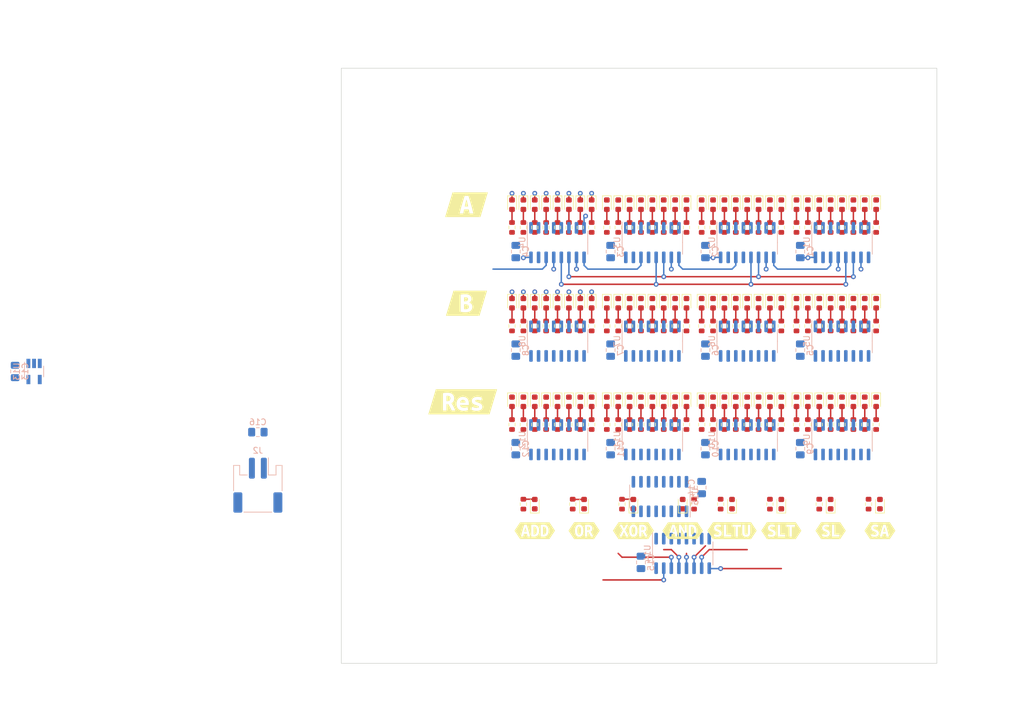
<source format=kicad_pcb>
(kicad_pcb (version 20211014) (generator pcbnew)
  (layers (0 "F.Cu" signal) (1 "In1.Cu" signal) (2 "In2.Cu" signal) (31 "B.Cu" signal) (34 "B.Paste" user) (35 "F.Paste" user) (36 "B.SilkS" user "B.Silkscreen") (37 "F.SilkS" user "F.Silkscreen") (38 "B.Mask" user) (39 "F.Mask" user) (44 "Edge.Cuts" user))
  (net 0 "")
  (net 1 "GND")
  (net 2 "Net-(D1-Pad2)")
  (net 3 "Net-(D2-Pad2)")
  (net 4 "Net-(D3-Pad2)")
  (net 5 "Net-(D4-Pad2)")
  (net 6 "Net-(D5-Pad2)")
  (net 7 "Net-(D6-Pad2)")
  (net 8 "Net-(D7-Pad2)")
  (net 9 "Net-(D8-Pad2)")
  (net 10 "Net-(D9-Pad2)")
  (net 11 "Net-(D10-Pad2)")
  (net 12 "Net-(D11-Pad2)")
  (net 13 "Net-(D12-Pad2)")
  (net 14 "Net-(D13-Pad2)")
  (net 15 "Net-(D14-Pad2)")
  (net 16 "Net-(D15-Pad2)")
  (net 17 "Net-(D16-Pad2)")
  (net 18 "Net-(D17-Pad2)")
  (net 19 "Net-(D18-Pad2)")
  (net 20 "Net-(D19-Pad2)")
  (net 21 "Net-(D20-Pad2)")
  (net 22 "Net-(D21-Pad2)")
  (net 23 "Net-(D22-Pad2)")
  (net 24 "Net-(D23-Pad2)")
  (net 25 "Net-(D25-Pad2)")
  (net 26 "Net-(D26-Pad2)")
  (net 27 "Net-(D27-Pad2)")
  (net 28 "Net-(D28-Pad2)")
  (net 29 "Net-(D29-Pad2)")
  (net 30 "Net-(D30-Pad2)")
  (net 31 "Net-(D31-Pad2)")
  (net 32 "Net-(D33-Pad2)")
  (net 33 "Net-(D34-Pad2)")
  (net 34 "Net-(D35-Pad2)")
  (net 35 "Net-(D36-Pad2)")
  (net 36 "Net-(D37-Pad2)")
  (net 37 "Net-(D38-Pad2)")
  (net 38 "Net-(D39-Pad2)")
  (net 39 "Net-(D41-Pad2)")
  (net 40 "Net-(D42-Pad2)")
  (net 41 "Net-(D43-Pad2)")
  (net 42 "Net-(D44-Pad2)")
  (net 43 "Net-(D45-Pad2)")
  (net 44 "Net-(D46-Pad2)")
  (net 45 "Net-(D47-Pad2)")
  (net 46 "Net-(D49-Pad2)")
  (net 47 "Net-(D50-Pad2)")
  (net 48 "Net-(D51-Pad2)")
  (net 49 "Net-(D52-Pad2)")
  (net 50 "Net-(D53-Pad2)")
  (net 51 "Net-(D54-Pad2)")
  (net 52 "Net-(D55-Pad2)")
  (net 53 "Net-(D57-Pad2)")
  (net 54 "Net-(D58-Pad2)")
  (net 55 "Net-(D59-Pad2)")
  (net 56 "Net-(D60-Pad2)")
  (net 57 "Net-(D61-Pad2)")
  (net 58 "Net-(D62-Pad2)")
  (net 59 "Net-(D63-Pad2)")
  (net 60 "Net-(D64-Pad2)")
  (net 61 "Net-(D65-Pad2)")
  (net 62 "Net-(D66-Pad2)")
  (net 63 "Net-(D67-Pad2)")
  (net 64 "Net-(D68-Pad2)")
  (net 65 "Net-(D69-Pad2)")
  (net 66 "Net-(D70-Pad2)")
  (net 67 "Net-(D71-Pad2)")
  (net 68 "Net-(D73-Pad2)")
  (net 69 "Net-(D74-Pad2)")
  (net 70 "Net-(D75-Pad2)")
  (net 71 "Net-(D76-Pad2)")
  (net 72 "Net-(D77-Pad2)")
  (net 73 "Net-(D78-Pad2)")
  (net 74 "Net-(D79-Pad2)")
  (net 75 "Net-(D80-Pad2)")
  (net 76 "Net-(D81-Pad2)")
  (net 77 "Net-(D82-Pad2)")
  (net 78 "Net-(D83-Pad2)")
  (net 79 "Net-(D84-Pad2)")
  (net 80 "Net-(D85-Pad2)")
  (net 81 "Net-(D86-Pad2)")
  (net 82 "Net-(D87-Pad2)")
  (net 83 "Net-(D88-Pad2)")
  (net 84 "Net-(D89-Pad2)")
  (net 85 "Net-(D90-Pad2)")
  (net 86 "Net-(D91-Pad2)")
  (net 87 "Net-(D92-Pad2)")
  (net 88 "Net-(D93-Pad2)")
  (net 89 "Net-(D94-Pad2)")
  (net 90 "Net-(D95-Pad2)")
  (net 91 "Net-(D96-Pad2)")
  (net 92 "Net-(R9-Pad1)")
  (net 93 "Net-(R10-Pad1)")
  (net 94 "Net-(R11-Pad1)")
  (net 95 "Net-(R12-Pad1)")
  (net 96 "Net-(R13-Pad1)")
  (net 97 "Net-(R14-Pad1)")
  (net 98 "Net-(R15-Pad1)")
  (net 99 "Net-(R16-Pad1)")
  (net 100 "Net-(R17-Pad1)")
  (net 101 "Net-(R18-Pad1)")
  (net 102 "Net-(R19-Pad1)")
  (net 103 "Net-(R20-Pad1)")
  (net 104 "Net-(R21-Pad1)")
  (net 105 "Net-(R22-Pad1)")
  (net 106 "Net-(R23-Pad1)")
  (net 107 "Net-(R24-Pad1)")
  (net 108 "Net-(R25-Pad1)")
  (net 109 "Net-(R26-Pad1)")
  (net 110 "Net-(R27-Pad1)")
  (net 111 "Net-(R28-Pad1)")
  (net 112 "Net-(R29-Pad1)")
  (net 113 "Net-(R30-Pad1)")
  (net 114 "Net-(R31-Pad1)")
  (net 115 "Net-(R32-Pad1)")
  (net 116 "Net-(R33-Pad1)")
  (net 117 "Net-(R34-Pad1)")
  (net 118 "Net-(R35-Pad1)")
  (net 119 "Net-(R36-Pad1)")
  (net 120 "Net-(R37-Pad1)")
  (net 121 "Net-(R38-Pad1)")
  (net 122 "Net-(R39-Pad1)")
  (net 123 "Net-(R40-Pad1)")
  (net 124 "Net-(R41-Pad1)")
  (net 125 "Net-(R42-Pad1)")
  (net 126 "Net-(R43-Pad1)")
  (net 127 "Net-(R44-Pad1)")
  (net 128 "Net-(R45-Pad1)")
  (net 129 "Net-(R46-Pad1)")
  (net 130 "Net-(R47-Pad1)")
  (net 131 "Net-(R48-Pad1)")
  (net 132 "Net-(R49-Pad1)")
  (net 133 "Net-(R50-Pad1)")
  (net 134 "Net-(R51-Pad1)")
  (net 135 "Net-(R52-Pad1)")
  (net 136 "Net-(R53-Pad1)")
  (net 137 "Net-(R54-Pad1)")
  (net 138 "Net-(R55-Pad1)")
  (net 139 "Net-(R56-Pad1)")
  (net 140 "Net-(R57-Pad1)")
  (net 141 "Net-(R58-Pad1)")
  (net 142 "Net-(R59-Pad1)")
  (net 143 "Net-(R60-Pad1)")
  (net 144 "Net-(R61-Pad1)")
  (net 145 "Net-(R62-Pad1)")
  (net 146 "Net-(R63-Pad1)")
  (net 147 "Net-(R64-Pad1)")
  (net 148 "Net-(R65-Pad1)")
  (net 149 "Net-(R66-Pad1)")
  (net 150 "Net-(R67-Pad1)")
  (net 151 "Net-(R68-Pad1)")
  (net 152 "Net-(R69-Pad1)")
  (net 153 "Net-(R70-Pad1)")
  (net 154 "Net-(R71-Pad1)")
  (net 155 "Net-(R72-Pad1)")
  (net 156 "Net-(R73-Pad1)")
  (net 157 "Net-(R74-Pad1)")
  (net 158 "Net-(R75-Pad1)")
  (net 159 "Net-(R76-Pad1)")
  (net 160 "Net-(R77-Pad1)")
  (net 161 "Net-(R78-Pad1)")
  (net 162 "Net-(R79-Pad1)")
  (net 163 "Net-(R80-Pad1)")
  (net 164 "Net-(R81-Pad1)")
  (net 165 "Net-(R82-Pad1)")
  (net 166 "Net-(R83-Pad1)")
  (net 167 "Net-(R84-Pad1)")
  (net 168 "Net-(R85-Pad1)")
  (net 169 "Net-(R86-Pad1)")
  (net 170 "Net-(R87-Pad1)")
  (net 171 "Net-(R88-Pad1)")
  (net 172 "Net-(R89-Pad1)")
  (net 173 "Net-(R90-Pad1)")
  (net 174 "Net-(R91-Pad1)")
  (net 175 "Net-(R92-Pad1)")
  (net 176 "Net-(R93-Pad1)")
  (net 177 "Net-(R94-Pad1)")
  (net 178 "Net-(R95-Pad1)")
  (net 179 "Net-(R96-Pad1)")
  (net 181 "VCC")
  (net 182 "/BUS_CLK")
  (net 183 "/LED_LATCH")
  (net 184 "Net-(U1-Pad14)")
  (net 185 "Net-(U2-Pad14)")
  (net 186 "Net-(U3-Pad14)")
  (net 188 "Net-(U5-Pad14)")
  (net 189 "Net-(U6-Pad14)")
  (net 190 "Net-(U7-Pad14)")
  (net 192 "Net-(U10-Pad9)")
  (net 193 "Net-(U10-Pad14)")
  (net 194 "Net-(U11-Pad14)")
  (net 196 "/IMM_PC_OUT_S~{P}")
  (net 197 "/S0")
  (net 198 "/S1")
  (net 199 "/S2")
  (net 200 "Net-(D97-Pad2)")
  (net 201 "Net-(D98-Pad2)")
  (net 202 "Net-(D99-Pad2)")
  (net 203 "Net-(D100-Pad2)")
  (net 204 "Net-(D101-Pad2)")
  (net 205 "Net-(D102-Pad2)")
  (net 206 "Net-(D103-Pad2)")
  (net 207 "Net-(D104-Pad2)")
  (net 208 "/LED_SA")
  (net 209 "/LED_SL")
  (net 210 "/LED_SLT")
  (net 211 "/LED_SLTU")
  (net 212 "/LED_AND")
  (net 213 "/LED_XOR")
  (net 214 "/LED_OR")
  (net 215 "/LED_ADD")
  (net 216 "/IN_A")
  (net 217 "/IN_B")
  (net 218 "/OUT")
  (net 219 "Net-(U14-Pad1)")
  (net 220 "Net-(U14-Pad2)")
  (net 221 "Net-(U14-Pad3)")
  (net 223 "Net-(U1-Pad7)")
  (net 224 "Net-(U1-Pad6)")
  (net 225 "Net-(U1-Pad5)")
  (net 226 "Net-(U1-Pad4)")
  (net 227 "Net-(U1-Pad3)")
  (net 228 "Net-(U1-Pad2)")
  (net 229 "Net-(U1-Pad1)")
  (net 230 "Net-(U1-Pad15)")
  (net 231 "Net-(R24-Pad2)")
  (net 232 "Net-(R32-Pad2)")
  (net 233 "Net-(D40-Pad2)")
  (net 234 "Net-(R48-Pad2)")
  (net 235 "Net-(R72-Pad2)")
  (net 236 "Net-(D56-Pad2)")
  (footprint "LED_SMD:LED_0603_1608Metric" (layer "F.Cu") (at 130.175 92.71 -90)
    (fp_text reference "D83" hide)
    (fp_text value "LED")
  )
  (footprint "Resistor_SMD:R_0603_1608Metric" (layer "F.Cu") (at 161.925 80.01 90)
    (fp_text reference "R35" hide)
    (fp_text value "390")
  )
  (footprint "Resistor_SMD:R_0603_1608Metric" (layer "F.Cu") (at 138.429725 96.52 90)
    (fp_text reference "R79" hide)
    (fp_text value "390")
  )
  (footprint "Resistor_SMD:R_0603_1608Metric" (layer "F.Cu") (at 118.109725 96.52 90)
    (fp_text reference "R89" hide)
    (fp_text value "390")
  )
  (footprint "Resistor_SMD:R_0603_1608Metric" (layer "F.Cu") (at 140.335 80.01 90)
    (fp_text reference "R46" hide)
    (fp_text value "390")
  )
  (footprint "Resistor_SMD:R_0603_1608Metric" (layer "F.Cu") (at 114.3 63.5 90)
    (fp_text reference "R27" hide)
    (fp_text value "390")
  )
  (footprint "LED_SMD:LED_0603_1608Metric" (layer "F.Cu") (at 165.735 59.69 -90)
    (fp_text reference "D1" hide)
    (fp_text value "LED")
  )
  (footprint "Resistor_SMD:R_0603_1608Metric" (layer "F.Cu") (at 146.049725 96.52 90)
    (fp_text reference "R75" hide)
    (fp_text value "390")
  )
  (footprint "Resistor_SMD:R_0603_1608Metric" (layer "F.Cu") (at 156.21 109.855 90)
    (fp_text reference "R103" hide)
    (fp_text value "390")
  )
  (footprint "Resistor_SMD:R_0603_1608Metric" (layer "F.Cu") (at 154.305 63.5 90)
    (fp_text reference "R7" hide)
    (fp_text value "390")
  )
  (footprint "Resistor_SMD:R_0603_1608Metric" (layer "F.Cu") (at 147.954725 96.52 90)
    (fp_text reference "R74" hide)
    (fp_text value "390")
  )
  (footprint "LED_SMD:LED_0603_1608Metric" (layer "F.Cu") (at 120.65 76.2 -90)
    (fp_text reference "D56" hide)
    (fp_text value "LED")
  )
  (footprint "Resistor_SMD:R_0603_1608Metric" (layer "F.Cu") (at 114.299725 96.52 90)
    (fp_text reference "R91" hide)
    (fp_text value "390")
  )
  (footprint "Resistor_SMD:R_0603_1608Metric" (layer "F.Cu") (at 152.399725 96.52 90)
    (fp_text reference "R72" hide)
    (fp_text value "390")
  )
  (footprint "LED_SMD:LED_0603_1608Metric" (layer "F.Cu") (at 125.095 109.855 90)
    (fp_text reference "D99" hide)
    (fp_text value "LED")
  )
  (footprint "Resistor_SMD:R_0603_1608Metric" (layer "F.Cu") (at 133.985 63.5 90)
    (fp_text reference "R17" hide)
    (fp_text value "390")
  )
  (footprint "Resistor_SMD:R_0603_1608Metric" (layer "F.Cu") (at 149.86 80.01 90)
    (fp_text reference "R41" hide)
    (fp_text value "390")
  )
  (footprint "kibuzzard-63108965" (layer "F.Cu") (at 116.84 114.3)
    (fp_text reference "kibuzzard-63108965" hide)
    (fp_text value "G***" hide)
  )
  (footprint "Resistor_SMD:R_0603_1608Metric" (layer "F.Cu") (at 154.305 80.01 90)
    (fp_text reference "R39" hide)
    (fp_text value "390")
  )
  (footprint "Resistor_SMD:R_0603_1608Metric" (layer "F.Cu") (at 160.02 80.01 90)
    (fp_text reference "R36" hide)
    (fp_text value "390")
  )
  (footprint "LED_SMD:LED_0603_1608Metric" (layer "F.Cu") (at 147.955 92.71 -90)
    (fp_text reference "D74" hide)
    (fp_text value "LED")
  )
  (footprint "Resistor_SMD:R_0603_1608Metric" (layer "F.Cu") (at 156.21 80.01 90)
    (fp_text reference "R38" hide)
    (fp_text value "390")
  )
  (footprint "Resistor_SMD:R_0603_1608Metric" (layer "F.Cu") (at 106.68 80.01 90)
    (fp_text reference "R63" hide)
    (fp_text value "390")
  )
  (footprint "LED_SMD:LED_0603_1608Metric" (layer "F.Cu") (at 122.555 59.69 -90)
    (fp_text reference "D23" hide)
    (fp_text value "LED")
  )
  (footprint "LED_SMD:LED_0603_1608Metric" (layer "F.Cu") (at 132.08 59.69 -90)
    (fp_text reference "D18" hide)
    (fp_text value "LED")
  )
  (footprint "LED_SMD:LED_0603_1608Metric" (layer "F.Cu") (at 114.3 92.71 -90)
    (fp_text reference "D91" hide)
    (fp_text value "LED")
  )
  (footprint "kibuzzard-6310895A" (layer "F.Cu") (at 166.37 114.3)
    (fp_text reference "kibuzzard-6310895A" hide)
    (fp_text value "G***" hide)
  )
  (footprint "LED_SMD:LED_0603_1608Metric" (layer "F.Cu") (at 165.735 92.71 -90)
    (fp_text reference "D65" hide)
    (fp_text value "LED")
  )
  (footprint "Resistor_SMD:R_0603_1608Metric" (layer "F.Cu") (at 120.65 63.5 90)
    (fp_text reference "R24" hide)
    (fp_text value "390")
  )
  (footprint "LED_SMD:LED_0603_1608Metric" (layer "F.Cu") (at 149.86 59.69 -90)
    (fp_text reference "D9" hide)
    (fp_text value "LED")
  )
  (footprint "LED_SMD:LED_0603_1608Metric" (layer "F.Cu") (at 160.02 59.69 -90)
    (fp_text reference "D4" hide)
    (fp_text value "LED")
  )
  (footprint "Resistor_SMD:R_0603_1608Metric" (layer "F.Cu") (at 139.7 109.855 90)
    (fp_text reference "R101" hide)
    (fp_text value "390")
  )
  (footprint "Resistor_SMD:R_0603_1608Metric" (layer "F.Cu") (at 165.735 96.52 90)
    (fp_text reference "R65" hide)
    (fp_text value "390")
  )
  (footprint "LED_SMD:LED_0603_1608Metric" (layer "F.Cu") (at 104.775 76.2 -90)
    (fp_text reference "D64" hide)
    (fp_text value "LED")
  )
  (footprint "Resistor_SMD:R_0603_1608Metric" (layer "F.Cu") (at 124.46 80.01 90)
    (fp_text reference "R54" hide)
    (fp_text value "390")
  )
  (footprint "Resistor_SMD:R_0603_1608Metric" (layer "F.Cu") (at 158.115 63.5 90)
    (fp_text reference "R5" hide)
    (fp_text value "390")
  )
  (footprint "LED_SMD:LED_0603_1608Metric" (layer "F.Cu") (at 128.27 92.71 -90)
    (fp_text reference "D84" hide)
    (fp_text value "LED")
  )
  (footprint "Resistor_SMD:R_0603_1608Metric" (layer "F.Cu") (at 142.24 63.5 90)
    (fp_text reference "R13" hide)
    (fp_text value "390")
  )
  (footprint "LED_SMD:LED_0603_1608Metric" (layer "F.Cu") (at 144.145 92.71 -90)
    (fp_text reference "D76" hide)
    (fp_text value "LED")
  )
  (footprint "LED_SMD:LED_0603_1608Metric" (layer "F.Cu") (at 149.86 76.2 -90)
    (fp_text reference "D41" hide)
    (fp_text value "LED")
  )
  (footprint "LED_SMD:LED_0603_1608Metric" (layer "F.Cu") (at 140.335 76.2 -90)
    (fp_text reference "D46" hide)
    (fp_text value "LED")
  )
  (footprint "LED_SMD:LED_0603_1608Metric" (layer "F.Cu") (at 106.68 59.69 -90)
    (fp_text reference "D31" hide)
    (fp_text value "LED")
  )
  (footprint "LED_SMD:LED_0603_1608Metric" (layer "F.Cu") (at 118.11 92.71 -90)
    (fp_text reference "D89" hide)
    (fp_text value "LED")
  )
  (footprint "kibuzzard-631087E9" (layer "F.Cu") (at 96.52 92.71)
    (fp_text reference "kibuzzard-631087E9" hide)
    (fp_text value "G***" hide)
  )
  (footprint "Resistor_SMD:R_0603_1608Metric" (layer "F.Cu") (at 126.365 63.5 90)
    (fp_text reference "R21" hide)
    (fp_text value "390")
  )
  (footprint "Resistor_SMD:R_0603_1608Metric" (layer "F.Cu") (at 144.145 80.01 90)
    (fp_text reference "R44" hide)
    (fp_text value "390")
  )
  (footprint "Resistor_SMD:R_0603_1608Metric" (layer "F.Cu") (at 156.21 96.52 90)
    (fp_text reference "R70" hide)
    (fp_text value "390")
  )
  (footprint "LED_SMD:LED_0603_1608Metric" (layer "F.Cu") (at 138.43 92.71 -90)
    (fp_text reference "D79" hide)
    (fp_text value "LED")
  )
  (footprint "LED_SMD:LED_0603_1608Metric" (layer "F.Cu") (at 126.365 76.2 -90)
    (fp_text reference "D53" hide)
    (fp_text value "LED")
  )
  (footprint "LED_SMD:LED_0603_1608Metric" (layer "F.Cu") (at 141.605 109.855 90)
    (fp_text reference "D101" hide)
    (fp_text value "LED")
  )
  (footprint "LED_SMD:LED_0603_1608Metric" (layer "F.Cu") (at 104.775 92.71 -90)
    (fp_text reference "D96" hide)
    (fp_text value "LED")
  )
  (footprint "LED_SMD:LED_0603_1608Metric" (layer "F.Cu") (at 106.68 92.71 -90)
    (fp_text reference "D95" hide)
    (fp_text value "LED")
  )
  (footprint "LED_SMD:LED_0603_1608Metric" (layer "F.Cu") (at 154.305 76.2 -90)
    (fp_text reference "D39" hide)
    (fp_text value "LED")
  )
  (footprint "LED_SMD:LED_0603_1608Metric" (layer "F.Cu") (at 116.205 76.2 -90)
    (fp_text reference "D58" hide)
    (fp_text value "LED")
  )
  (footprint "Resistor_SMD:R_0603_1608Metric" (layer "F.Cu") (at 122.554725 96.52 90)
    (fp_text reference "R87" hide)
    (fp_text value "390")
  )
  (footprint "Resistor_SMD:R_0603_1608Metric" (layer "F.Cu") (at 152.4 80.01 90)
    (fp_text reference "R40" hide)
    (fp_text value "390")
  )
  (footprint "Resistor_SMD:R_0603_1608Metric" (layer "F.Cu") (at 146.05 80.01 90)
    (fp_text reference "R43" hide)
    (fp_text value "390")
  )
  (footprint "kibuzzard-6310893A" (layer "F.Cu") (at 149.86 114.3)
    (fp_text reference "kibuzzard-6310893A" hide)
    (fp_text value "G***" hide)
  )
  (footprint "Resistor_SMD:R_0603_1608Metric" (layer "F.Cu") (at 138.43 80.01 90)
    (fp_text reference "R47" hide)
    (fp_text value "390")
  )
  (footprint "Resistor_SMD:R_0603_1608Metric" (layer "F.Cu") (at 132.079725 96.52 90)
    (fp_text reference "R82" hide)
    (fp_text value "390")
  )
  (footprint "Resistor_SMD:R_0603_1608Metric" (layer "F.Cu") (at 118.11 80.01 90)
    (fp_text reference "R57" hide)
    (fp_text value "390")
  )
  (footprint "LED_SMD:LED_0603_1608Metric" (layer "F.Cu") (at 130.175 59.69 -90)
    (fp_text reference "D19" hide)
    (fp_text value "LED")
  )
  (footprint "LED_SMD:LED_0603_1608Metric" (layer "F.Cu") (at 138.43 59.69 -90)
    (fp_text reference "D15" hide)
    (fp_text value "LED")
  )
  (footprint "Resistor_SMD:R_0603_1608Metric" (layer "F.Cu") (at 164.465 109.855 90)
    (fp_text reference "R104" hide)
    (fp_text value "390")
  )
  (footprint "LED_SMD:LED_0603_1608Metric" (layer "F.Cu") (at 146.05 76.2 -90)
    (fp_text reference "D43" hide)
    (fp_text value "LED")
  )
  (footprint "Resistor_SMD:R_0603_1608Metric" (layer "F.Cu") (at 122.555 63.5 90)
    (fp_text reference "R23" hide)
    (fp_text value "390")
  )
  (footprint "Resistor_SMD:R_0603_1608Metric" (layer "F.Cu") (at 136.524725 96.52 90)
    (fp_text reference "R80" hide)
    (fp_text value "390")
  )
  (footprint "LED_SMD:LED_0603_1608Metric" (layer "F.Cu") (at 136.525 76.2 -90)
    (fp_text reference "D48" hide)
    (fp_text value "LED")
  )
  (footprint "Resistor_SMD:R_0603_1608Metric" (layer "F.Cu") (at 158.115 80.01 90)
    (fp_text reference "R37" hide)
    (fp_text value "390")
  )
  (footprint "Resistor_SMD:R_0603_1608Metric" (layer "F.Cu") (at 112.395 63.5 90)
    (fp_text reference "R28" hide)
    (fp_text value "390")
  )
  (footprint "Resistor_SMD:R_0603_1608Metric" (layer "F.Cu") (at 165.735 80.01 90)
    (fp_text reference "R33" hide)
    (fp_text value "390")
  )
  (footprint "Resistor_SMD:R_0603_1608Metric" (layer "F.Cu") (at 130.175 63.5 90)
    (fp_text reference "R19" hide)
    (fp_text value "390")
  )
  (footprint "Resistor_SMD:R_0603_1608Metric" (layer "F.Cu") (at 138.43 63.5 90)
    (fp_text reference "R15" hide)
    (fp_text value "390")
  )
  (footprint "Resistor_SMD:R_0603_1608Metric" (layer "F.Cu") (at 104.775 63.5 90)
    (fp_text reference "R32" hide)
    (fp_text value "390")
  )
  (footprint "Resistor_SMD:R_0603_1608Metric" (layer "F.Cu") (at 118.11 63.5 90)
    (fp_text reference "R25" hide)
    (fp_text value "390")
  )
  (footprint "LED_SMD:LED_0603_1608Metric" (layer "F.Cu") (at 108.585 109.855 90)
    (fp_text reference "D97" hide)
    (fp_text value "LED")
  )
  (footprint "LED_SMD:LED_0603_1608Metric" (layer "F.Cu") (at 144.145 59.69 -90)
    (fp_text reference "D12" hide)
    (fp_text value "LED")
  )
  (footprint "LED_SMD:LED_0603_1608Metric" (layer "F.Cu") (at 120.65 59.69 -90)
    (fp_text reference "D24" hide)
    (fp_text value "LED")
  )
  (footprint "Resistor_SMD:R_0603_1608Metric" (layer "F.Cu") (at 147.955 80.01 90)
    (fp_text reference "R42" hide)
    (fp_text value "390")
  )
  (footprint "Resistor_SMD:R_0603_1608Metric" (layer "F.Cu") (at 130.174725 96.52 90)
    (fp_text reference "R83" hide)
    (fp_text value "390")
  )
  (footprint "LED_SMD:LED_0603_1608Metric" (layer "F.Cu") (at 114.3 59.69 -90)
    (fp_text reference "D27" hide)
    (fp_text value "LED")
  )
  (footprint "LED_SMD:LED_0603_1608Metric" (layer "F.Cu") (at 128.27 59.69 -90)
    (fp_text reference "D20" hide)
    (fp_text value "LED")
  )
  (footprint "LED_SMD:LED_0603_1608Metric" (layer "F.Cu") (at 152.4 76.2 -90)
    (fp_text reference "D40" hide)
    (fp_text value "LED")
  )
  (footprint "Resistor_SMD:R_0603_1608Metric" (layer "F.Cu") (at 120.65 80.01 90)
    (fp_text reference "R56" hide)
    (fp_text value "390")
  )
  (footprint "LED_SMD:LED_0603_1608Metric" (layer "F.Cu") (at 136.525 59.69 -90)
    (fp_text reference "D16" hide)
    (fp_text value "LED")
  )
  (footprint "Resistor_SMD:R_0603_1608Metric" (layer "F.Cu") (at 114.3 80.01 90)
    (fp_text reference "R59" hide)
    (fp_text value "390")
  )
  (footprint "LED_SMD:LED_0603_1608Metric" (layer "F.Cu") (at 147.955 76.2 -90)
    (fp_text reference "D42" hide)
    (fp_text value "LED")
  )
  (footprint "LED_SMD:LED_0603_1608Metric" (layer "F.Cu") (at 133.985 59.69 -90)
    (fp_text reference "D17" hide)
    (fp_text value "LED")
  )
  (footprint "Resistor_SMD:R_0603_1608Metric" (layer "F.Cu") (at 142.24 80.01 90)
    (fp_text reference "R45" hide)
    (fp_text value "390")
  )
  (footprint "LED_SMD:LED_0603_1608Metric" (layer "F.Cu") (at 146.05 59.69 -90)
    (fp_text reference "D11" hide)
    (fp_text value "LED")
  )
  (footprint "LED_SMD:LED_0603_1608Metric" (layer "F.Cu") (at 149.86 109.855 90)
    (fp_text reference "D102" hide)
    (fp_text value "LED")
  )
  (footprint "Resistor_SMD:R_0603_1608Metric" (layer "F.Cu") (at 133.985 80.01 90)
    (fp_text reference "R49" hide)
    (fp_text value "390")
  )
  (footprint "LED_SMD:LED_0603_1608Metric" (layer "F.Cu") (at 132.08 92.71 -90)
    (fp_text reference "D82" hide)
    (fp_text value "LED")
  )
  (footprint "LED_SMD:LED_0603_1608Metric" (layer "F.Cu") (at 149.86 92.71 -90)
    (fp_text reference "D73" hide)
    (fp_text value "LED")
  )
  (footprint "Resistor_SMD:R_0603_1608Metric" (layer "F.Cu") (at 133.984725 96.52 90)
    (fp_text reference "R81" hide)
    (fp_text value "390")
  )
  (footprint "LED_SMD:LED_0603_1608Metric" (layer "F.Cu") (at 106.68 76.2 -90)
    (fp_text reference "D63" hide)
    (fp_text value "LED")
  )
  (footprint "Resistor_SMD:R_0603_1608Metric" (layer "F.Cu") (at 132.08 80.01 90)
    (fp_text reference "R50" hide)
    (fp_text value "390")
  )
  (footprint "kibuzzard-631088FC" (layer "F.Cu") (at 141.605 114.3)
    (fp_text reference "kibuzzard-631088FC" hide)
    (fp_text value "G***" hide)
  )
  (footprint "Resistor_SMD:R_0603_1608Metric" (layer "F.Cu") (at 147.955 63.5 90)
    (fp_text reference "R10" hide)
    (fp_text value "390")
  )
  (footprint "LED_SMD:LED_0603_1608Metric" (layer "F.Cu") (at 138.43 76.2 -90)
    (fp_text reference "D47" hide)
    (fp_text value "LED")
  )
  (footprint "LED_SMD:LED_0603_1608Metric" (layer "F.Cu") (at 112.395 59.69 -90)
    (fp_text reference "D28" hide)
    (fp_text value "LED")
  )
  (footprint "Resistor_SMD:R_0603_1608Metric" (layer "F.Cu") (at 112.394725 96.52 90)
    (fp_text reference "R92" hide)
    (fp_text value "390")
  )
  (footprint "Resistor_SMD:R_0603_1608Metric" (layer "F.Cu") (at 144.144725 96.52 90)
    (fp_text reference "R76" hide)
    (fp_text value "390")
  )
  (footprint "LED_SMD:LED_0603_1608Metric" (layer "F.Cu") (at 126.365 92.71 -90)
    (fp_text reference "D85" hide)
    (fp_text value "LED")
  )
  (footprint "LED_SMD:LED_0603_1608Metric" (layer "F.Cu") (at 161.925 59.69 -90)
    (fp_text reference "D3" hide)
    (fp_text value "LED")
  )
  (footprint "Resistor_SMD:R_0603_1608Metric" (layer "F.Cu") (at 136.525 80.01 90)
    (fp_text reference "R48" hide)
    (fp_text value "390")
  )
  (footprint "Resistor_SMD:R_0603_1608Metric" (layer "F.Cu") (at 156.21 63.5 90)
    (fp_text reference "R6" hide)
    (fp_text value "390")
  )
  (footprint "Resistor_SMD:R_0603_1608Metric" (layer "F.Cu") (at 161.925 96.52 90)
    (fp_text reference "R67" hide)
    (fp_text value "390")
  )
  (footprint "LED_SMD:LED_0603_1608Metric" (layer "F.Cu") (at 152.4 59.69 -90)
    (fp_text reference "D8" hide)
    (fp_text value "LED")
  )
  (footprint "Resistor_SMD:R_0603_1608Metric" (layer "F.Cu") (at 122.555 80.01 90)
    (fp_text reference "R55" hide)
    (fp_text value "390")
  )
  (footprint "LED_SMD:LED_0603_1608Metric" (layer "F.Cu") (at 124.46 59.69 -90)
    (fp_text reference "D22" hide)
    (fp_text value "LED")
  )
  (footprint "LED_SMD:LED_0603_1608Metric" (layer "F.Cu") (at 112.395 92.71 -90)
    (fp_text reference "D92" hide)
    (fp_text value "LED")
  )
  (footprint "Resistor_SMD:R_0603_1608Metric" (layer "F.Cu") (at 120.649725 96.52 90)
    (fp_text reference "R88" hide)
    (fp_text value "390")
  )
  (footprint "Resistor_SMD:R_0603_1608Metric" (layer "F.Cu") (at 163.83 96.52 90)
    (fp_text reference "R66" hide)
    (fp_text value "390")
  )
  (footprint "kibuzzard-63108972" (layer "F.Cu") (at 125.095 114.3)
    (fp_text reference "kibuzzard-63108972" hide)
    (fp_text value "G***" hide)
  )
  (footprint "LED_SMD:LED_0603_1608Metric" (layer "F.Cu") (at 112.395 76.2 -90)
    (fp_text reference "D60" hide)
    (fp_text value "LED")
  )
  (footprint "LED_SMD:LED_0603_1608Metric" (layer "F.Cu") (at 120.65 92.71 -90)
    (fp_text reference "D88" hide)
    (fp_text value "LED")
  )
  (footprint "LED_SMD:LED_0603_1608Metric" (layer "F.Cu") (at 163.83 76.2 -90)
    (fp_text reference "D34" hide)
    (fp_text value "LED")
  )
  (footprint "LED_SMD:LED_0603_1608Metric" (layer "F.Cu") (at 108.585 59.69 -90)
    (fp_text reference "D30" hide)
    (fp_text value "LED")
  )
  (footprint "Resistor_SMD:R_0603_1608Metric" (layer "F.Cu") (at 165.735 63.5 90)
    (fp_text reference "R1" hide)
    (fp_text value "390")
  )
  (footprint "Resistor_SMD:R_0603_1608Metric" (layer "F.Cu") (at 108.584725 96.52 90)
    (fp_text reference "R94" hide)
    (fp_text value "390")
  )
  (footprint "LED_SMD:LED_0603_1608Metric" (layer "F.Cu") (at 160.02 92.71 -90)
    (fp_text reference "D68" hide)
    (fp_text value "LED")
  )
  (footprint "LED_SMD:LED_0603_1608Metric" (layer "F.Cu") (at 110.49 92.71 -90)
    (fp_text reference "D93" hide)
    (fp_text value "LED")
  )
  (footprint "LED_SMD:LED_0603_1608Metric" (layer "F.Cu") (at 147.955 59.69 -90)
    (fp_text reference "D10" hide)
    (fp_text value "LED")
  )
  (footprint "Resistor_SMD:R_0603_1608Metric" (layer "F.Cu") (at 110.49 63.5 90)
    (fp_text reference "R29" hide)
    (fp_text value "390")
  )
  (footprint "LED_SMD:LED_0603_1608Metric" (layer "F.Cu") (at 156.21 76.2 -90)
    (fp_text reference "D38" hide)
    (fp_text value "LED")
  )
  (footprint "LED_SMD:LED_0603_1608Metric" (layer "F.Cu") (at 133.985 76.2 -90)
    (fp_text reference "D49" hide)
    (fp_text value "LED")
  )
  (footprint "LED_SMD:LED_0603_1608Metric" (layer "F.Cu") (at 144.145 76.2 -90)
    (fp_text reference "D44" hide)
    (fp_text value "LED")
  )
  (footprint "Resistor_SMD:R_0603_1608Metric" (layer "F.Cu") (at 112.395 80.01 90)
    (fp_text reference "R60" hide)
    (fp_text value "390")
  )
  (footprint "LED_SMD:LED_0603_1608Metric" (layer "F.Cu") (at 118.11 76.2 -90)
    (fp_text reference "D57" hide)
    (fp_text value "LED")
  )
  (footprint "Resistor_SMD:R_0603_1608Metric" (layer "F.Cu") (at 160.02 96.52 90)
    (fp_text reference "R68" hide)
    (fp_text value "390")
  )
  (footprint "LED_SMD:LED_0603_1608Metric" (layer "F.Cu") (at 132.08 76.2 -90)
    (fp_text reference "D50" hide)
    (fp_text value "LED")
  )
  (footprint "Resistor_SMD:R_0603_1608Metric" (layer "F.Cu") (at 116.205 80.01 90)
    (fp_text reference "R58" hide)
    (fp_text value "390")
  )
  (footprint "LED_SMD:LED_0603_1608Metric" (layer "F.Cu") (at 116.84 109.855 90)
    (fp_text reference "D98" hide)
    (fp_text value "LED")
  )
  (footprint "kibuzzard-631088E6" (layer "F.Cu") (at 108.585 114.3)
    (fp_text reference "kibuzzard-631088E6" hide)
    (fp_text value "G***" hide)
  )
  (footprint "LED_SMD:LED_0603_1608Metric" (layer "F.Cu") (at 126.365 59.69 -90)
    (fp_text reference "D21" hide)
    (fp_text value "LED")
  )
  (footprint "LED_SMD:LED_0603_1608Metric" (layer "F.Cu") (at 142.24 76.2 -90)
    (fp_text reference "D45" hide)
    (fp_text value "LED")
  )
  (footprint "LED_SMD:LED_0603_1608Metric" (layer "F.Cu") (at 156.21 92.71 -90)
    (fp_text reference "D70" hide)
    (fp_text value "LED")
  )
  (footprint "LED_SMD:LED_0603_1608Metric" (layer "F.Cu") (at 118.11 59.69 -90)
    (fp_text reference "D25" hide)
    (fp_text value "LED")
  )
  (footprint "LED_SMD:LED_0603_1608Metric" (layer "F.Cu") (at 154.305 92.71 -90)
    (fp_text reference "D71" hide)
    (fp_text value "LED")
  )
  (footprint "Resistor_SMD:R_0603_1608Metric" (layer "F.Cu") (at 144.145 63.5 90)
    (fp_text reference "R12" hide)
    (fp_text value "390")
  )
  (footprint "Resistor_SMD:R_0603_1608Metric" (layer "F.Cu") (at 163.83 80.01 90)
    (fp_text reference "R34" hide)
    (fp_text value "390")
  )
  (footprint "LED_SMD:LED_0603_1608Metric" (layer "F.Cu") (at 114.3 76.2 -90)
    (fp_text reference "D59" hide)
    (fp_text value "LED")
  )
  (footprint "LED_SMD:LED_0603_1608Metric" (layer "F.Cu") (at 158.115 92.71 -90)
    (fp_text reference "D69" hide)
    (fp_text value "LED")
  )
  (footprint "LED_SMD:LED_0603_1608Metric" (layer "F.Cu") (at 108.585 76.2 -90)
    (fp_text reference "D62" hide)
    (fp_text value "LED")
  )
  (footprint "Resistor_SMD:R_0603_1608Metric" (layer "F.Cu") (at 160.02 63.5 90)
    (fp_text reference "R4" hide)
    (fp_text value "390")
  )
  (footprint "Resistor_SMD:R_0603_1608Metric" (layer "F.Cu") (at 149.859725 96.52 90)
    (fp_text reference "R73" hide)
    (fp_text value "390")
  )
  (footprint "LED_SMD:LED_0603_1608Metric" (layer "F.Cu") (at 110.49 76.2 -90)
    (fp_text reference "D61" hide)
    (fp_text value "LED")
  )
  (footprint "Resistor_SMD:R_0603_1608Metric" (layer "F.Cu") (at 161.925 63.5 90)
    (fp_text reference "R3" hide)
    (fp_text value "390")
  )
  (footprint "LED_SMD:LED_0603_1608Metric" (layer "F.Cu") (at 163.83 92.71 -90)
    (fp_text reference "D66" hide)
    (fp_text value "LED")
  )
  (footprint "LED_SMD:LED_0603_1608Metric" (layer "F.Cu") (at 110.49 59.69 -90)
    (fp_text reference "D29" hide)
    (fp_text value "LED")
  )
  (footprint "Resistor_SMD:R_0603_1608Metric" (layer "F.Cu") (at 106.68 63.5 90)
    (fp_text reference "R31" hide)
    (fp_text value "390")
  )
  (footprint "LED_SMD:LED_0603_1608Metric" (layer "F.Cu") (at 116.205 59.69 -90)
    (fp_text reference "D26" hide)
    (fp_text value "LED")
  )
  (footprint "LED_SMD:LED_0603_1608Metric" (layer "F.Cu") (at 142.24 59.69 -90)
    (fp_text reference "D13" hide)
    (fp_text value "LED")
  )
  (footprint "LED_SMD:LED_0603_1608Metric" (layer "F.Cu") (at 136.525 92.71 -90)
    (fp_text reference "D80" hide)
    (fp_text value "LED")
  )
  (footprint "Resistor_SMD:R_0603_1608Metric" (layer "F.Cu") (at 128.269725 96.52 90)
    (fp_text reference "R84" hide)
    (fp_text value "390")
  )
  (footprint "Resistor_SMD:R_0603_1608Metric" (layer "F.Cu") (at 108.585 80.01 90)
    (fp_text reference "R62" hide)
    (fp_text value "390")
  )
  (footprint "LED_SMD:LED_0603_1608Metric" (layer "F.Cu") (at 161.925 76.2 -90)
    (fp_text reference "D35" hide)
    (fp_text value "LED")
  )
  (footprint "LED_SMD:LED_0603_1608Metric" (layer "F.Cu") (at 133.985 92.71 -90)
    (fp_text reference "D81" hide)
    (fp_text value "LED")
  )
  (footprint "LED_SMD:LED_0603_1608Metric" (layer "F.Cu") (at 166.37 109.855 90)
    (fp_text reference "D104" hide)
    (fp_text value "LED")
  )
  (footprint "Resistor_SMD:R_0603_1608Metric" (layer "F.Cu") (at 126.364725 96.52 90)
    (fp_text reference "R85" hide)
    (fp_text value "390")
  )
  (footprint "LED_SMD:LED_0603_1608Metric" (layer "F.Cu") (at 152.4 92.71 -90)
    (fp_text reference "D72" hide)
    (fp_text value "LED")
  )
  (footprint "LED_SMD:LED_0603_1608Metric" (layer "F.Cu") (at 158.115 109.855 90)
    (fp_text reference "D103" hide)
    (fp_text value "LED")
  )
  (footprint "Resistor_SMD:R_0603_1608Metric" (layer "F.Cu") (at 126.365 80.01 90)
    (fp_text reference "R53" hide)
    (fp_text value "390")
  )
  (footprint "LED_SMD:LED_0603_1608Metric" (layer "F.Cu") (at 154.305 59.69 -90)
    (fp_text reference "D7" hide)
    (fp_text value "LED")
  )
  (footprint "kibuzzard-631089CA" (layer "F.Cu") (at 97.155 76.2)
    (fp_text reference "kibuzzard-631089CA" hide)
    (fp_text value "G***" hide)
  )
  (footprint "Resistor_SMD:R_0603_1608Metric" (layer "F.Cu") (at 140.335 63.5 90)
    (fp_text reference "R14" hide)
    (fp_text value "390")
  )
  (footprint "Resistor_SMD:R_0603_1608Metric" (layer "F.Cu") (at 124.46 63.5 90)
    (fp_text reference "R22" hide)
    (fp_text value "390")
  )
  (footprint "Resistor_SMD:R_0603_1608Metric" (layer "F.Cu") (at 147.955 109.855 90)
    (fp_text reference "R102" hide)
    (fp_text value "390")
  )
  (footprint "Resistor_SMD:R_0603_1608Metric" (layer "F.Cu") (at 140.334725 96.52 90)
    (fp_text reference "R78" hide)
    (fp_text value "390")
  )
  (footprint "LED_SMD:LED_0603_1608Metric" (layer "F.Cu") (at 130.175 76.2 -90)
    (fp_text reference "D51" hide)
    (fp_text value "LED")
  )
  (footprint "Resistor_SMD:R_0603_1608Metric" (layer "F.Cu") (at 108.585 63.5 90)
    (fp_text reference "R30" hide)
    (fp_text value "390")
  )
  (footprint "Resistor_SMD:R_0603_1608Metric" (layer "F.Cu") (at 149.86 63.5 90)
    (fp_text reference "R9" hide)
    (fp_text value "390")
  )
  (footprint "Resistor_SMD:R_0603_1608Metric" (layer "F.Cu") (at 116.204725 96.52 90)
    (fp_text reference "R90" hide)
    (fp_text value "390")
  )
  (footprint "LED_SMD:LED_0603_1608Metric" (layer "F.Cu") (at 142.24 92.71 -90)
    (fp_text reference "D77" hide)
    (fp_text value "LED")
  )
  (footprint "Resistor_SMD:R_0603_1608Metric" (layer "F.Cu") (at 123.19 109.855 90)
    (fp_text reference "R99" hide)
    (fp_text value "390")
  )
  (footprint "LED_SMD:LED_0603_1608Metric" (layer "F.Cu") (at 161.925 92.71 -90)
    (fp_text reference "D67" hide)
    (fp_text value "LED")
  )
  (footprint "LED_SMD:LED_0603_1608Metric" (layer "F.Cu") (at 116.205 92.71 -90)
    (fp_text reference "D90" hide)
    (fp_text value "LED")
  )
  (footprint "LED_SMD:LED_0603_1608Metric" (layer "F.Cu") (at 122.555 76.2 -90)
    (fp_text reference "D55" hide)
    (fp_text value "LED")
  )
  (footprint "LED_SMD:LED_0603_1608Metric" (layer "F.Cu") (at 108.585 92.71 -90)
    (fp_text reference "D94" hide)
    (fp_text value "LED")
  )
  (footprint "LED_SMD:LED_0603_1608Metric" (layer "F.Cu") (at 104.775 59.69 -90)
    (fp_text reference "D32" hide)
    (fp_text value "LED")
  )
  (footprint "Resistor_SMD:R_0603_1608Metric" (layer "F.Cu") (at 146.05 63.5 90)
    (fp_text reference "R11" hide)
    (fp_text value "390")
  )
  (footprint "Resistor_SMD:R_0603_1608Metric" (layer "F.Cu") (at 124.459725 96.52 90)
    (fp_text reference "R86" hide)
    (fp_text value "390")
  )
  (footprint "kibuzzard-63108921" (layer "F.Cu") (at 133.35 114.3)
    (fp_text reference "kibuzzard-63108921" hide)
    (fp_text value "G***" hide)
  )
  (footprint "Resistor_SMD:R_0603_1608Metric" (layer "F.Cu") (at 110.49 80.01 90)
    (fp_text reference "R61" hide)
    (fp_text value "390")
  )
  (footprint "LED_SMD:LED_0603_1608Metric" (layer "F.Cu") (at 165.735 76.2 -90)
    (fp_text reference "D33" hide)
    (fp_text value "LED")
  )
  (footprint "Resistor_SMD:R_0603_1608Metric" (layer "F.Cu") (at 104.775 80.01 90)
    (fp_text reference "R64" hide)
    (fp_text value "390")
  )
  (footprint "Resistor_SMD:R_0603_1608Metric" (layer "F.Cu") (at 128.27 63.5 90)
    (fp_text reference "R20" hide)
    (fp_text value "390")
  )
  (footprint "kibuzzard-631087D5" (layer "F.Cu") (at 97.155 59.69)
    (fp_text reference "kibuzzard-631087D5" hide)
    (fp_text value "G***" hide)
  )
  (footprint "Resistor_SMD:R_0603_1608Metric" (layer "F.Cu") (at 135.255 109.855 90)
    (fp_text reference "R100" hide)
    (fp_text value "390")
  )
  (footprint "LED_SMD:LED_0603_1608Metric" (layer "F.Cu") (at 124.46 76.2 -90)
    (fp_text reference "D54" hide)
    (fp_text value "LED")
  )
  (footprint "Resistor_SMD:R_0603_1608Metric" (layer "F.Cu") (at 154.304725 96.52 90)
    (fp_text reference "R71" hide)
    (fp_text value "390")
  )
  (footprint "Resistor_SMD:R_0603_1608Metric" (layer "F.Cu") (at 132.08 63.5 90)
    (fp_text reference "R18" hide)
    (fp_text value "390")
  )
  (footprint "LED_SMD:LED_0603_1608Metric" (layer "F.Cu") (at 140.335 59.69 -90)
    (fp_text reference "D14" hide)
    (fp_text value "LED")
  )
  (footprint "LED_SMD:LED_0603_1608Metric" (layer "F.Cu") (at 158.115 59.69 -90)
    (fp_text reference "D5" hide)
    (fp_text value "LED")
  )
  (footprint "Resistor_SMD:R_0603_1608Metric" (layer "F.Cu") (at 136.525 63.5 90)
    (fp_text reference "R16" hide)
    (fp_text value "390")
  )
  (footprint "Resistor_SMD:R_0603_1608Metric" (layer "F.Cu") (at 104.774725 96.52 90)
    (fp_text reference "R96" hide)
    (fp_text value "390")
  )
  (footprint "Resistor_SMD:R_0603_1608Metric" (layer "F.Cu") (at 142.239725 96.52 90)
    (fp_text reference "R77" hide)
    (fp_text value "390")
  )
  (footprint "Resistor_SMD:R_0603_1608Metric" (layer "F.Cu") (at 106.679725 96.52 90)
    (fp_text reference "R95" hide)
    (fp_text value "390")
  )
  (footprint "Resistor_SMD:R_0603_1608Metric" (layer "F.Cu") (at 116.205 63.5 90)
    (fp_text reference "R26" hide)
    (fp_text value "390")
  )
  (footprint "LED_SMD:LED_0603_1608Metric" (layer "F.Cu") (at 156.21 59.69 -90)
    (fp_text reference "D6" hide)
    (fp_text value "LED")
  )
  (footprint "LED_SMD:LED_0603_1608Metric" (layer "F.Cu") (at 140.335 92.71 -90)
    (fp_text reference "D78" hide)
    (fp_text value "LED")
  )
  (footprint "Resistor_SMD:R_0603_1608Metric" (layer "F.Cu") (at 163.83 63.5 90)
    (fp_text reference "R2" hide)
    (fp_text value "390")
  )
  (footprint "LED_SMD:LED_0603_1608Metric" (layer "F.Cu") (at 122.555 92.71 -90)
    (fp_text reference "D87" hide)
    (fp_text value "LED")
  )
  (footprint "LED_SMD:LED_0603_1608Metric" (layer "F.Cu") (at 133.35 109.855 90)
    (fp_text reference "D100" hide)
    (fp_text value "LED")
  )
  (footprint "LED_SMD:LED_0603_1608Metric" (layer "F.Cu") (at 158.115 76.2 -90)
    (fp_text reference "D37" hide)
    (fp_text value "LED")
  )
  (footprint "LED_SMD:LED_0603_1608Metric" (layer "F.Cu") (at 146.05 92.71 -90)
    (fp_text reference "D75" hide)
    (fp_text value "LED")
  )
  (footprint "LED_SMD:LED_0603_1608Metric" (layer "F.Cu") (at 128.27 76.2 -90)
    (fp_text reference "D52" hide)
    (fp_text value "LED")
  )
  (footprint "LED_SMD:LED_0603_1608Metric" (layer "F.Cu") (at 163.83 59.69 -90)
    (fp_text reference "D2" hide)
    (fp_text value "LED")
  )
  (footprint "Resistor_SMD:R_0603_1608Metric" (layer "F.Cu") (at 114.935 109.855 90)
    (fp_text reference "R98" hide)
    (fp_text value "390")
  )
  (footprint "Resistor_SMD:R_0603_1608Metric" (layer "F.Cu") (at 110.489725 96.52 90)
    (fp_text reference "R93" hide)
    (fp_text value "390")
  )
  (footprint "Resistor_SMD:R_0603_1608Metric" (layer "F.Cu") (at 128.27 80.01 90)
    (fp_text reference "R52" hide)
    (fp_text value "390")
  )
  (footprint "Resistor_SMD:R_0603_1608Metric" (layer "F.Cu") (at 152.4 63.5 90)
    (fp_text reference "R8" hide)
    (fp_text value "390")
  )
  (footprint "Resistor_SMD:R_0603_1608Metric" (layer "F.Cu") (at 130.175 80.01 90)
    (fp_text reference "R51" hide)
    (fp_text value "390")
  )
  (footprint "Resistor_SMD:R_0603_1608Metric" (layer "F.Cu") (at 158.115 96.52 90)
    (fp_text reference "R69" hide)
    (fp_text value "390")
  )
  (footprint "LED_SMD:LED_0603_1608Metric" (layer "F.Cu") (at 124.46 92.71 -90)
    (fp_text reference "D86" hide)
    (fp_text value "LED")
  )
  (footprint "kibuzzard-6310894E" (layer "F.Cu") (at 158.115 114.3)
    (fp_text reference "kibuzzard-6310894E" hide)
    (fp_text value "G***" hide)
  )
  (footprint "LED_SMD:LED_0603_1608Metric" (layer "F.Cu") (at 160.02 76.2 -90)
    (fp_text reference "D36" hide)
    (fp_text value "LED")
  )
  (footprint "Resistor_SMD:R_0603_1608Metric" (layer "F.Cu") (at 106.68 109.855 90)
    (fp_text reference "R97" hide)
    (fp_text value "390")
  )
  (footprint "Capacitor_SMD:C_0805_2012Metric_Pad1.18x1.45mm_HandSolder" (layer "B.Cu") (at 137.16 67.5425 90)
    (fp_text reference "C2")
    (fp_text value "100n")
  )
  (footprint "Package_SO:SOIC-16_3.9x9.9mm_P1.27mm" (layer "B.Cu") (at 112.395 66.04 -90)
    (fp_text reference "U4")
    (fp_text value "74HCT595")
  )
  (footprint "Package_SO:SOIC-16_3.9x9.9mm_P1.27mm" (layer "B.Cu") (at 112.395 82.55 -90)
    (fp_text reference "U8")
    (fp_text value "74HCT595")
  )
  (footprint "Package_TO_SOT_SMD:SOT-23-5_HandSoldering" (layer "B.Cu") (at 24.765 87.63 -90)
    (fp_text reference "U13")
    (fp_text value "74LVC1G04")
  )
  (footprint "Capacitor_SMD:C_0805_2012Metric_Pad1.18x1.45mm_HandSolder" (layer "B.Cu") (at 137.16 84.0525 90)
    (fp_text reference "C6")
    (fp_text value "100n")
  )
  (footprint "Package_SO:SOIC-16_3.9x9.9mm_P1.27mm" (layer "B.Cu") (at 144.145 99.06 -90)
    (fp_text reference "U10")
    (fp_text value "74HCT595")
  )
  (footprint "Package_SO:SOIC-16_3.9x9.9mm_P1.27mm" (layer "B.Cu") (at 133.35 118.11 -90)
    (fp_text reference "U14")
    (fp_text value "74HC138")
  )
  (footprint "Capacitor_SMD:C_0805_2012Metric_Pad1.18x1.45mm_HandSolder" (layer "B.Cu") (at 153.035 100.5625 90)
    (fp_text reference "C9")
    (fp_text value "100n")
  )
  (footprint "Capacitor_SMD:C_0805_2012Metric_Pad1.18x1.45mm_HandSolder" (layer "B.Cu") (at 153.035 84.0525 90)
    (fp_text reference "C5")
    (fp_text value "100n")
  )
  (footprint "Capacitor_SMD:C_0805_2012Metric_Pad1.18x1.45mm_HandSolder" (layer "B.Cu") (at 21.59 87.63 90)
    (fp_text reference "C13")
    (fp_text value "100n")
  )
  (footprint "Package_SO:SOIC-16_3.9x9.9mm_P1.27mm" (layer "B.Cu") (at 129.54 108.585 90)
    (fp_text reference "U15")
    (fp_text value "74HCT173")
  )
  (footprint "Capacitor_SMD:C_0805_2012Metric_Pad1.18x1.45mm_HandSolder" (layer "B.Cu") (at 121.285 67.5425 90)
    (fp_text reference "C3")
    (fp_text value "100n")
  )
  (footprint "Connector_JST:JST_PH_S2B-PH-SM4-TB_1x02-1MP_P2.00mm_Horizontal" (layer "B.Cu") (at 62.23 106.68 180)
    (fp_text reference "J2")
    (fp_text value "Conn_Power")
  )
  (footprint "Package_SO:SOIC-16_3.9x9.9mm_P1.27mm" (layer "B.Cu") (at 112.395 99.06 -90)
    (fp_text reference "U12")
    (fp_text value "74HCT595")
  )
  (footprint "Capacitor_SMD:C_0805_2012Metric_Pad1.18x1.45mm_HandSolder" (layer "B.Cu") (at 121.285 84.0525 90)
    (fp_text reference "C7")
    (fp_text value "100n")
  )
  (footprint "Package_SO:SOIC-16_3.9x9.9mm_P1.27mm" (layer "B.Cu") (at 144.145 66.04 -90)
    (fp_text reference "U2")
    (fp_text value "74HCT595")
  )
  (footprint "Package_SO:SOIC-16_3.9x9.9mm_P1.27mm" (layer "B.Cu") (at 160.02 99.06 -90)
    (fp_text reference "U9")
    (fp_text value "74HCT595")
  )
  (footprint "Capacitor_SMD:C_0805_2012Metric_Pad1.18x1.45mm_HandSolder" (layer "B.Cu") (at 105.41 100.5625 90)
    (fp_text reference "C12")
    (fp_text value "100n")
  )
  (footprint "Capacitor_SMD:C_0805_2012Metric_Pad1.18x1.45mm_HandSolder" (layer "B.Cu") (at 105.41 84.0525 90)
    (fp_text reference "C8")
    (fp_text value "100n")
  )
  (footprint "Capacitor_SMD:C_0805_2012Metric_Pad1.18x1.45mm_HandSolder" (layer "B.Cu") (at 126.365 119.6125 90)
    (fp_text reference "C15")
    (fp_text value "100n")
  )
  (footprint "Capacitor_SMD:C_0805_2012Metric_Pad1.18x1.45mm_HandSolder" (layer "B.Cu") (at 121.285 100.5625 90)
    (fp_text reference "C11")
    (fp_text value "100n")
  )
  (footprint "Capacitor_SMD:C_0805_2012Metric_Pad1.18x1.45mm_HandSolder" (layer "B.Cu") (at 105.41 67.5425 90)
    (fp_text reference "C4")
    (fp_text value "100n")
  )
  (footprint "Capacitor_SMD:C_0805_2012Metric_Pad1.18x1.45mm_HandSolder" (layer "B.Cu") (at 136.525 107.0825 -90)
    (fp_text reference "C14")
    (fp_text value "100n")
  )
  (footprint "Package_SO:SOIC-16_3.9x9.9mm_P1.27mm" (layer "B.Cu") (at 128.27 66.04 -90)
    (fp_text reference "U3")
    (fp_text value "74HCT595")
  )
  (footprint "Capacitor_SMD:C_0805_2012Metric_Pad1.18x1.45mm_HandSolder" (layer "B.Cu") (at 137.16 100.5625 90)
    (fp_text reference "C10")
    (fp_text value "100n")
  )
  (footprint "Package_SO:SOIC-16_3.9x9.9mm_P1.27mm" (layer "B.Cu") (at 160.02 66.04 -90)
    (fp_text reference "U1")
    (fp_text value "74HCT595")
  )
  (footprint "Package_SO:SOIC-16_3.9x9.9mm_P1.27mm" (layer "B.Cu") (at 144.145 82.55 -90)
    (fp_text reference "U6")
    (fp_text value "74HCT595")
  )
  (footprint "Package_SO:SOIC-16_3.9x9.9mm_P1.27mm" (layer "B.Cu") (at 160.02 82.55 -90)
    (fp_text reference "U5")
    (fp_text value "74HCT595")
  )
  (footprint "Capacitor_SMD:C_0805_2012Metric_Pad1.18x1.45mm_HandSolder" (layer "B.Cu") (at 153.035 67.5425 90)
    (fp_text reference "C1")
    (fp_text value "100n")
  )
  (footprint "Package_SO:SOIC-16_3.9x9.9mm_P1.27mm" (layer "B.Cu") (at 128.27 82.55 -90)
    (fp_text reference "U7")
    (fp_text value "74HCT595")
  )
  (footprint "Capacitor_SMD:C_0805_2012Metric_Pad1.18x1.45mm_HandSolder" (layer "B.Cu") (at 62.23 97.79 180)
    (fp_text reference "C16")
    (fp_text value "1u")
  )
  (footprint "Package_SO:SOIC-16_3.9x9.9mm_P1.27mm" (layer "B.Cu") (at 128.27 99.06 -90)
    (fp_text reference "U11")
    (fp_text value "74HCT595")
  )
  (gr_rect (start 175.895 36.83) (end 76.2 136.525) (layer "Edge.Cuts") (width 0.1) (fill none))
  (segment (start 104.775 58.9025) (end 104.775 57.785) (width 0.25) (layer "F.Cu") (net 1))
  (segment (start 108.585 58.9025) (end 108.585 57.785) (width 0.25) (layer "F.Cu") (net 1))
  (segment (start 106.68 58.9025) (end 106.68 57.785) (width 0.25) (layer "F.Cu") (net 1))
  (segment (start 114.3 75.4125) (end 114.3 74.295) (width 0.25) (layer "F.Cu") (net 1))
  (segment (start 104.775 75.4125) (end 104.775 74.295) (width 0.25) (layer "F.Cu") (net 1))
  (segment (start 118.11 58.9025) (end 118.11 57.785) (width 0.25) (layer "F.Cu") (net 1))
  (segment (start 108.585 75.4125) (end 108.585 74.295) (width 0.25) (layer "F.Cu") (net 1))
  (segment (start 116.205 58.9025) (end 116.205 57.785) (width 0.25) (layer "F.Cu") (net 1))
  (segment (start 114.3 58.9025) (end 114.3 57.785) (width 0.25) (layer "F.Cu") (net 1))
  (segment (start 110.49 58.9025) (end 110.49 57.785) (width 0.25) (layer "F.Cu") (net 1))
  (segment (start 116.205 75.4125) (end 116.205 74.295) (width 0.25) (layer "F.Cu") (net 1))
  (segment (start 110.49 75.4125) (end 110.49 74.295) (width 0.25) (layer "F.Cu") (net 1))
  (segment (start 112.395 58.9025) (end 112.395 57.785) (width 0.25) (layer "F.Cu") (net 1))
  (segment (start 106.68 75.4125) (end 106.68 74.295) (width 0.25) (layer "F.Cu") (net 1))
  (segment (start 118.11 75.4125) (end 118.11 74.295) (width 0.25) (layer "F.Cu") (net 1))
  (segment (start 112.395 75.4125) (end 112.395 74.295) (width 0.25) (layer "F.Cu") (net 1))
  (via (at 106.68 57.785) (size 0.8) (drill 0.4) (layers "F.Cu" "B.Cu") (net 1))
  (via (at 116.205 74.295) (size 0.8) (drill 0.4) (layers "F.Cu" "B.Cu") (net 1))
  (via (at 118.11 74.295) (size 0.8) (drill 0.4) (layers "F.Cu" "B.Cu") (net 1))
  (via (at 159.385 70.485) (size 0.8) (drill 0.4) (layers "F.Cu" "B.Cu") (net 1))
  (via (at 112.395 57.785) (size 0.8) (drill 0.4) (layers "F.Cu" "B.Cu") (net 1))
  (via (at 111.76 70.485) (size 0.8) (drill 0.4) (layers "F.Cu" "B.Cu") (net 1))
  (via (at 108.585 74.295) (size 0.8) (drill 0.4) (layers "F.Cu" "B.Cu") (net 1))
  (via (at 104.775 57.785) (size 0.8) (drill 0.4) (layers "F.Cu" "B.Cu") (net 1))
  (via (at 110.49 74.295) (size 0.8) (drill 0.4) (layers "F.Cu" "B.Cu") (net 1))
  (via (at 116.205 57.785) (size 0.8) (drill 0.4) (layers "F.Cu" "B.Cu") (net 1))
  (via (at 106.68 74.295) (size 0.8) (drill 0.4) (layers "F.Cu" "B.Cu") (net 1))
  (via (at 112.395 74.295) (size 0.8) (drill 0.4) (layers "F.Cu" "B.Cu") (net 1))
  (via (at 110.49 57.785) (size 0.8) (drill 0.4) (layers "F.Cu" "B.Cu") (net 1))
  (via (at 118.11 57.785) (size 0.8) (drill 0.4) (layers "F.Cu" "B.Cu") (net 1))
  (via (at 117.094 61.595) (size 0.8) (drill 0.4) (layers "F.Cu" "B.Cu") (net 1))
  (via (at 114.3 74.295) (size 0.8) (drill 0.4) (layers "F.Cu" "B.Cu") (net 1))
  (via (at 104.775 74.295) (size 0.8) (drill 0.4) (layers "F.Cu" "B.Cu") (net 1))
  (via (at 108.585 57.785) (size 0.8) (drill 0.4) (layers "F.Cu" "B.Cu") (net 1))
  (via (at 114.3 57.785) (size 0.8) (drill 0.4) (layers "F.Cu" "B.Cu") (net 1))
  (segment (start 116.84 63.565) (end 116.84 61.849) (width 0.25) (layer "B.Cu") (net 1))
  (segment (start 159.385 68.515) (end 159.385 70.485) (width 0.25) (layer "B.Cu") (net 1))
  (segment (start 116.84 61.849) (end 117.094 61.595) (width 0.25) (layer "B.Cu") (net 1))
  (segment (start 111.76 68.515) (end 111.76 70.485) (width 0.25) (layer "B.Cu") (net 1))
  (segment (start 165.735 60.4775) (end 165.735 62.675) (width 0.25) (layer "F.Cu") (net 2))
  (segment (start 163.83 60.4775) (end 163.83 62.675) (width 0.25) (layer "F.Cu") (net 3))
  (segment (start 161.925 60.4775) (end 161.925 62.675) (width 0.25) (layer "F.Cu") (net 4))
  (segment (start 160.02 60.4775) (end 160.02 62.675) (width 0.25) (layer "F.Cu") (net 5))
  (segment (start 158.115 60.4775) (end 158.115 62.675) (width 0.25) (layer "F.Cu") (net 6))
  (segment (start 156.21 60.4775) (end 156.21 62.675) (width 0.25) (layer "F.Cu") (net 7))
  (segment (start 154.305 60.4775) (end 154.305 62.675) (width 0.25) (layer "F.Cu") (net 8))
  (segment (start 152.4 60.4775) (end 152.4 62.675) (width 0.25) (layer "F.Cu") (net 9))
  (segment (start 149.86 60.4775) (end 149.86 62.675) (width 0.25) (layer "F.Cu") (net 10))
  (segment (start 147.955 60.4775) (end 147.955 62.675) (width 0.25) (layer "F.Cu") (net 11))
  (segment (start 146.05 60.4775) (end 146.05 62.675) (width 0.25) (layer "F.Cu") (net 12))
  (segment (start 144.145 60.4775) (end 144.145 62.675) (width 0.25) (layer "F.Cu") (net 13))
  (segment (start 142.24 60.4775) (end 142.24 62.675) (width 0.25) (layer "F.Cu") (net 14))
  (segment (start 140.335 60.4775) (end 140.335 62.675) (width 0.25) (layer "F.Cu") (net 15))
  (segment (start 138.43 60.4775) (end 138.43 62.675) (width 0.25) (layer "F.Cu") (net 16))
  (segment (start 136.525 60.4775) (end 136.525 62.675) (width 0.25) (layer "F.Cu") (net 17))
  (segment (start 133.985 60.4775) (end 133.985 62.675) (width 0.25) (layer "F.Cu") (net 18))
  (segment (start 132.08 60.4775) (end 132.08 62.675) (width 0.25) (layer "F.Cu") (net 19))
  (segment (start 130.175 60.4775) (end 130.175 62.675) (width 0.25) (layer "F.Cu") (net 20))
  (segment (start 128.27 60.4775) (end 128.27 62.675) (width 0.25) (layer "F.Cu") (net 21))
  (segment (start 126.365 60.4775) (end 126.365 62.675) (width 0.25) (layer "F.Cu") (net 22))
  (segment (start 124.46 60.4775) (end 124.46 62.675) (width 0.25) (layer "F.Cu") (net 23))
  (segment (start 122.555 60.4775) (end 122.555 62.675) (width 0.25) (layer "F.Cu") (net 24))
  (segment (start 118.11 60.4775) (end 118.11 62.675) (width 0.25) (layer "F.Cu") (net 25))
  (segment (start 116.205 60.4775) (end 116.205 62.675) (width 0.25) (layer "F.Cu") (net 26))
  (segment (start 114.3 60.4775) (end 114.3 62.675) (width 0.25) (layer "F.Cu") (net 27))
  (segment (start 112.395 60.4775) (end 112.395 62.675) (width 0.25) (layer "F.Cu") (net 28))
  (segment (start 110.49 60.4775) (end 110.49 62.675) (width 0.25) (layer "F.Cu") (net 29))
  (segment (start 108.585 60.4775) (end 108.585 62.675) (width 0.25) (layer "F.Cu") (net 30))
  (segment (start 106.68 60.4775) (end 106.68 62.675) (width 0.25) (layer "F.Cu") (net 31))
  (segment (start 165.735 76.9875) (end 165.735 79.185) (width 0.25) (layer "F.Cu") (net 32))
  (segment (start 163.83 76.9875) (end 163.83 79.185) (width 0.25) (layer "F.Cu") (net 33))
  (segment (start 161.925 76.9875) (end 161.925 79.185) (width 0.25) (layer "F.Cu") (net 34))
  (segment (start 160.02 76.9875) (end 160.02 79.185) (width 0.25) (layer "F.Cu") (net 35))
  (segment (start 158.115 76.9875) (end 158.115 79.185) (width 0.25) (layer "F.Cu") (net 36))
  (segment (start 156.21 79.185) (end 156.21 76.9875) (width 0.25) (layer "F.Cu") (net 37))
  (segment (start 154.305 76.9875) (end 154.305 79.185) (width 0.25) (layer "F.Cu") (net 38))
  (segment (start 149.86 76.9875) (end 149.86 79.185) (width 0.25) (layer "F.Cu") (net 39))
  (segment (start 147.955 79.185) (end 147.955 76.9875) (width 0.25) (layer "F.Cu") (net 40))
  (segment (start 146.05 76.9875) (end 146.05 79.185) (width 0.25) (layer "F.Cu") (net 41))
  (segment (start 144.145 79.185) (end 144.145 76.9875) (width 0.25) (layer "F.Cu") (net 42))
  (segment (start 142.24 76.9875) (end 142.24 79.185) (width 0.25) (layer "F.Cu") (net 43))
  (segment (start 140.335 76.9875) (end 140.335 79.185) (width 0.25) (layer "F.Cu") (net 44))
  (segment (start 138.43 76.9875) (end 138.43 79.185) (width 0.25) (layer "F.Cu") (net 45))
  (segment (start 133.985 76.9875) (end 133.985 79.185) (width 0.25) (layer "F.Cu") (net 46))
  (segment (start 132.08 76.9875) (end 132.08 79.185) (width 0.25) (layer "F.Cu") (net 47))
  (segment (start 130.175 76.9875) (end 130.175 79.185) (width 0.25) (layer "F.Cu") (net 48))
  (segment (start 128.27 76.9875) (end 128.27 79.185) (width 0.25) (layer "F.Cu") (net 49))
  (segment (start 126.365 76.9875) (end 126.365 79.185) (width 0.25) (layer "F.Cu") (net 50))
  (segment (start 124.46 76.9875) (end 124.46 79.185) (width 0.25) (layer "F.Cu") (net 51))
  (segment (start 122.555 76.9875) (end 122.555 79.185) (width 0.25) (layer "F.Cu") (net 52))
  (segment (start 118.11 76.9875) (end 118.11 79.185) (width 0.25) (layer "F.Cu") (net 53))
  (segment (start 116.205 76.9875) (end 116.205 79.185) (width 0.25) (layer "F.Cu") (net 54))
  (segment (start 114.3 76.9875) (end 114.3 79.185) (width 0.25) (layer "F.Cu") (net 55))
  (segment (start 112.395 76.9875) (end 112.395 79.185) (width 0.25) (layer "F.Cu") (net 56))
  (segment (start 110.49 76.9875) (end 110.49 79.185) (width 0.25) (layer "F.Cu") (net 57))
  (segment (start 108.585 76.9875) (end 108.585 79.185) (width 0.25) (layer "F.Cu") (net 58))
  (segment (start 106.68 79.185) (end 106.68 76.9875) (width 0.25) (layer "F.Cu") (net 59))
  (segment (start 104.775 76.9875) (end 104.775 79.185) (width 0.25) (layer "F.Cu") (net 60))
  (segment (start 165.735 93.4975) (end 165.735 95.695) (width 0.25) (layer "F.Cu") (net 61))
  (segment (start 163.83 93.4975) (end 163.83 95.695) (width 0.25) (layer "F.Cu") (net 62))
  (segment (start 161.925 93.4975) (end 161.925 95.695) (width 0.25) (layer "F.Cu") (net 63))
  (segment (start 160.02 93.4975) (end 160.02 95.695) (width 0.25) (layer "F.Cu") (net 64))
  (segment (start 158.115 93.4975) (end 158.115 95.695) (width 0.25) (layer "F.Cu") (net 65))
  (segment (start 156.21 93.4975) (end 156.21 95.695) (width 0.25) (layer "F.Cu") (net 66))
  (segment (start 154.305 95.694725) (end 154.304725 95.695) (width 0.25) (layer "F.Cu") (net 67))
  (segment (start 154.305 93.4975) (end 154.305 95.694725) (width 0.25) (layer "F.Cu") (net 67))
  (segment (start 149.86 93.4975) (end 149.86 95.694725) (width 0.25) (layer "F.Cu") (net 68))
  (segment (start 149.86 95.694725) (end 149.859725 95.695) (width 0.25) (layer "F.Cu") (net 68))
  (segment (start 147.955 93.4975) (end 147.955 95.694725) (width 0.25) (layer "F.Cu") (net 69))
  (segment (start 147.955 95.694725) (end 147.954725 95.695) (width 0.25) (layer "F.Cu") (net 69))
  (segment (start 146.05 95.694725) (end 146.049725 95.695) (width 0.25) (layer "F.Cu") (net 70))
  (segment (start 146.05 93.4975) (end 146.05 95.694725) (width 0.25) (layer "F.Cu") (net 70))
  (segment (start 144.145 95.694725) (end 144.144725 95.695) (width 0.25) (layer "F.Cu") (net 71))
  (segment (start 144.145 93.4975) (end 144.145 95.694725) (width 0.25) (layer "F.Cu") (net 71))
  (segment (start 142.24 95.694725) (end 142.239725 95.695) (width 0.25) (layer "F.Cu") (net 72))
  (segment (start 142.24 93.4975) (end 142.24 95.694725) (width 0.25) (layer "F.Cu") (net 72))
  (segment (start 140.335 95.694725) (end 140.334725 95.695) (width 0.25) (layer "F.Cu") (net 73))
  (segment (start 140.335 93.4975) (end 140.335 95.694725) (width 0.25) (layer "F.Cu") (net 73))
  (segment (start 138.43 95.694725) (end 138.429725 95.695) (width 0.25) (layer "F.Cu") (net 74))
  (segment (start 138.43 93.4975) (end 138.43 95.694725) (width 0.25) (layer "F.Cu") (net 74))
  (segment (start 136.525 93.4975) (end 136.525 95.694725) (width 0.25) (layer "F.Cu") (net 75))
  (segment (start 136.525 95.694725) (end 136.524725 95.695) (width 0.25) (layer "F.Cu") (net 75))
  (segment (start 133.985 93.4975) (end 133.985 95.694725) (width 0.25) (layer "F.Cu") (net 76))
  (segment (start 133.985 95.694725) (end 133.984725 95.695) (width 0.25) (layer "F.Cu") (net 76))
  (segment (start 132.08 93.4975) (end 132.08 95.694725) (width 0.25) (layer "F.Cu") (net 77))
  (segment (start 132.08 95.694725) (end 132.079725 95.695) (width 0.25) (layer "F.Cu") (net 77))
  (segment (start 130.175 95.694725) (end 130.174725 95.695) (width 0.25) (layer "F.Cu") (net 78))
  (segment (start 130.175 93.4975) (end 130.175 95.694725) (width 0.25) (layer "F.Cu") (net 78))
  (segment (start 128.27 93.4975) (end 128.27 95.694725) (width 0.25) (layer "F.Cu") (net 79))
  (segment (start 128.27 95.694725) (end 128.269725 95.695) (width 0.25) (layer "F.Cu") (net 79))
  (segment (start 126.365 93.4975) (end 126.365 95.694725) (width 0.25) (layer "F.Cu") (net 80))
  (segment (start 126.365 95.694725) (end 126.364725 95.695) (width 0.25) (layer "F.Cu") (net 80))
  (segment (start 124.46 95.694725) (end 124.459725 95.695) (width 0.25) (layer "F.Cu") (net 81))
  (segment (start 124.46 93.4975) (end 124.46 95.694725) (width 0.25) (layer "F.Cu") (net 81))
  (segment (start 122.555 95.694725) (end 122.554725 95.695) (width 0.25) (layer "F.Cu") (net 82))
  (segment (start 122.555 93.4975) (end 122.555 95.694725) (width 0.25) (layer "F.Cu") (net 82))
  (segment (start 120.65 95.694725) (end 120.649725 95.695) (width 0.25) (layer "F.Cu") (net 83))
  (segment (start 120.65 93.4975) (end 120.65 95.694725) (width 0.25) (layer "F.Cu") (net 83))
  (segment (start 118.11 95.694725) (end 118.109725 95.695) (width 0.25) (layer "F.Cu") (net 84))
  (segment (start 118.11 93.4975) (end 118.11 95.694725) (width 0.25) (layer "F.Cu") (net 84))
  (segment (start 116.205 93.4975) (end 116.205 95.694725) (width 0.25) (layer "F.Cu") (net 85))
  (segment (start 116.205 95.694725) (end 116.204725 95.695) (width 0.25) (layer "F.Cu") (net 85))
  (segment (start 114.3 95.694725) (end 114.299725 95.695) (width 0.25) (layer "F.Cu") (net 86))
  (segment (start 114.3 93.4975) (end 114.3 95.694725) (width 0.25) (layer "F.Cu") (net 86))
  (segment (start 112.395 93.4975) (end 112.395 95.694725) (width 0.25) (layer "F.Cu") (net 87))
  (segment (start 112.395 95.694725) (end 112.394725 95.695) (width 0.25) (layer "F.Cu") (net 87))
  (segment (start 110.49 95.694725) (end 110.489725 95.695) (width 0.25) (layer "F.Cu") (net 88))
  (segment (start 110.49 93.4975) (end 110.49 95.694725) (width 0.25) (layer "F.Cu") (net 88))
  (segment (start 108.585 93.4975) (end 108.585 95.694725) (width 0.25) (layer "F.Cu") (net 89))
  (segment (start 108.585 95.694725) (end 108.584725 95.695) (width 0.25) (layer "F.Cu") (net 89))
  (segment (start 106.68 93.4975) (end 106.68 95.694725) (width 0.25) (layer "F.Cu") (net 90))
  (segment (start 106.68 95.694725) (end 106.679725 95.695) (width 0.25) (layer "F.Cu") (net 90))
  (segment (start 104.774725 95.695) (end 104.774725 93.497775) (width 0.25) (layer "F.Cu") (net 91))
  (segment (start 104.774725 93.497775) (end 104.775 93.4975) (width 0.25) (layer "F.Cu") (net 91))
  (via (at 154.305 68.58) (size 0.8) (drill 0.4) (layers "F.Cu" "B.Cu") (net 181))
  (via (at 106.68 68.58) (size 0.8) (drill 0.4) (layers "F.Cu" "B.Cu") (net 181))
  (via (at 115.57 70.485) (size 0.8) (drill 0.4) (layers "F.Cu" "B.Cu") (net 181))
  (via (at 138.43 68.58) (size 0.8) (drill 0.4) (layers "F.Cu" "B.Cu") (net 181))
  (via (at 131.445 70.485) (size 0.8) (drill 0.4) (layers "F.Cu" "B.Cu") (net 181))
  (via (at 147.32 70.485) (size 0.8) (drill 0.4) (layers "F.Cu" "B.Cu") (net 181))
  (via (at 163.195 70.485) (size 0.8) (drill 0.4) (layers "F.Cu" "B.Cu") (net 181))
  (segment (start 163.195 68.515) (end 163.195 70.485) (width 0.25) (layer "B.Cu") (net 181))
  (segment (start 154.37 68.515) (end 154.305 68.58) (width 0.25) (layer "B.Cu") (net 181))
  (segment (start 106.745 68.515) (end 106.68 68.58) (width 0.25) (layer "B.Cu") (net 181))
  (segment (start 153.035 68.58) (end 154.305 68.58) (width 0.25) (layer "B.Cu") (net 181))
  (segment (start 147.32 68.515) (end 147.32 70.485) (width 0.25) (layer "B.Cu") (net 181))
  (segment (start 137.16 68.58) (end 138.43 68.58) (width 0.25) (layer "B.Cu") (net 181))
  (segment (start 107.95 68.515) (end 106.745 68.515) (width 0.25) (layer "B.Cu") (net 181))
  (segment (start 139.7 68.515) (end 138.495 68.515) (width 0.25) (layer "B.Cu") (net 181))
  (segment (start 115.57 68.515) (end 115.57 70.485) (width 0.25) (layer "B.Cu") (net 181))
  (segment (start 131.445 68.515) (end 131.445 70.485) (width 0.25) (layer "B.Cu") (net 181))
  (segment (start 138.495 68.515) (end 138.43 68.58) (width 0.25) (layer "B.Cu") (net 181))
  (segment (start 155.575 68.515) (end 154.37 68.515) (width 0.25) (layer "B.Cu") (net 181))
  (segment (start 130.175 71.755) (end 146.05 71.755) (width 0.25) (layer "F.Cu") (net 182))
  (segment (start 114.3 71.755) (end 130.175 71.755) (width 0.25) (layer "F.Cu") (net 182))
  (segment (start 146.05 71.755) (end 161.925 71.755) (width 0.25) (layer "F.Cu") (net 182))
  (via (at 114.3 71.755) (size 0.8) (drill 0.4) (layers "F.Cu" "B.Cu") (net 182))
  (via (at 146.05 71.755) (size 0.8) (drill 0.4) (layers "F.Cu" "B.Cu") (net 182))
  (via (at 130.175 71.755) (size 0.8) (drill 0.4) (layers "F.Cu" "B.Cu") (net 182))
  (via (at 161.925 71.755) (size 0.8) (drill 0.4) (layers "F.Cu" "B.Cu") (net 182))
  (segment (start 130.175 71.755) (end 130.175 68.515) (width 0.25) (layer "B.Cu") (net 182))
  (segment (start 146.05 71.755) (end 146.05 68.515) (width 0.25) (layer "B.Cu") (net 182))
  (segment (start 114.3 68.515) (end 114.3 71.755) (width 0.25) (layer "B.Cu") (net 182))
  (segment (start 161.925 71.755) (end 161.925 68.515) (width 0.25) (layer "B.Cu") (net 182))
  (segment (start 144.78 73.025) (end 160.655 73.025) (width 0.25) (layer "F.Cu") (net 183))
  (segment (start 128.905 73.025) (end 144.78 73.025) (width 0.25) (layer "F.Cu") (net 183))
  (segment (start 113.03 73.025) (end 128.905 73.025) (width 0.25) (layer "F.Cu") (net 183))
  (via (at 144.78 73.025) (size 0.8) (drill 0.4) (layers "F.Cu" "B.Cu") (net 183))
  (via (at 113.03 73.025) (size 0.8) (drill 0.4) (layers "F.Cu" "B.Cu") (net 183))
  (via (at 128.905 73.025) (size 0.8) (drill 0.4) (layers "F.Cu" "B.Cu") (net 183))
  (via (at 160.655 73.025) (size 0.8) (drill 0.4) (layers "F.Cu" "B.Cu") (net 183))
  (segment (start 144.78 73.025) (end 144.78 68.515) (width 0.25) (layer "B.Cu") (net 183))
  (segment (start 113.03 68.515) (end 113.03 73.025) (width 0.25) (layer "B.Cu") (net 183))
  (segment (start 160.655 73.025) (end 160.655 68.515) (width 0.25) (layer "B.Cu") (net 183))
  (segment (start 128.905 73.025) (end 128.905 68.515) (width 0.25) (layer "B.Cu") (net 183))
  (segment (start 148.59 68.515) (end 148.59 69.85) (width 0.25) (layer "B.Cu") (net 184))
  (segment (start 148.59 69.85) (end 149.225 70.485) (width 0.25) (layer "B.Cu") (net 184))
  (segment (start 158.115 69.85) (end 157.48 70.485) (width 0.25) (layer "B.Cu") (net 184))
  (segment (start 149.225 70.485) (end 157.48 70.485) (width 0.25) (layer "B.Cu") (net 184))
  (segment (start 158.115 68.515) (end 158.115 69.85) (width 0.25) (layer "B.Cu") (net 184))
  (segment (start 132.715 68.515) (end 132.715 69.85) (width 0.25) (layer "B.Cu") (net 185))
  (segment (start 133.35 70.485) (end 141.605 70.485) (width 0.25) (layer "B.Cu") (net 185))
  (segment (start 132.715 69.85) (end 133.35 70.485) (width 0.25) (layer "B.Cu") (net 185))
  (segment (start 142.24 69.85) (end 142.24 68.515) (width 0.25) (layer "B.Cu") (net 185))
  (segment (start 141.605 70.485) (end 142.24 69.85) (width 0.25) (layer "B.Cu") (net 185))
  (segment (start 126.365 69.85) (end 126.365 68.515) (width 0.25) (layer "B.Cu") (net 186))
  (segment (start 116.84 69.85) (end 117.475 70.485) (width 0.25) (layer "B.Cu") (net 186))
  (segment (start 117.475 70.485) (end 125.73 70.485) (width 0.25) (layer "B.Cu") (net 186))
  (segment (start 116.84 68.515) (end 116.84 69.85) (width 0.25) (layer "B.Cu") (net 186))
  (segment (start 125.73 70.485) (end 126.365 69.85) (width 0.25) (layer "B.Cu") (net 186))
  (segment (start 106.68 109.03) (end 108.5475 109.03) (width 0.25) (layer "F.Cu") (net 200))
  (segment (start 108.5475 109.03) (end 108.585 109.0675) (width 0.25) (layer "F.Cu") (net 200))
  (segment (start 116.84 109.0675) (end 114.9725 109.0675) (width 0.25) (layer "F.Cu") (net 201))
  (segment (start 114.9725 109.0675) (end 114.935 109.03) (width 0.25) (layer "F.Cu") (net 201))
  (segment (start 123.19 109.03) (end 125.0575 109.03) (width 0.25) (layer "F.Cu") (net 202))
  (segment (start 125.0575 109.03) (end 125.095 109.0675) (width 0.25) (layer "F.Cu") (net 202))
  (segment (start 133.3875 109.03) (end 133.35 109.0675) (width 0.25) (layer "F.Cu") (net 203))
  (segment (start 149.8975 109.03) (end 149.86 109.0675) (width 0.25) (layer "F.Cu") (net 205))
  (segment (start 158.1525 109.03) (end 158.115 109.0675) (width 0.25) (layer "F.Cu") (net 206))
  (segment (start 166.4075 109.03) (end 166.37 109.0675) (width 0.25) (layer "F.Cu") (net 207))
  (segment (start 149.86 120.65) (end 139.7 120.65) (width 0.25) (layer "F.Cu") (net 209))
  (via (at 139.7 120.65) (size 0.8) (drill 0.4) (layers "F.Cu" "B.Cu") (net 209))
  (segment (start 137.86 120.65) (end 137.795 120.585) (width 0.25) (layer "B.Cu") (net 209))
  (segment (start 139.7 120.65) (end 137.86 120.65) (width 0.25) (layer "B.Cu") (net 209))
  (segment (start 137.795 117.475) (end 144.145 117.475) (width 0.25) (layer "F.Cu") (net 210))
  (segment (start 136.525 118.745) (end 137.795 117.475) (width 0.25) (layer "F.Cu") (net 210))
  (via (at 136.525 118.745) (size 0.8) (drill 0.4) (layers "F.Cu" "B.Cu") (net 210))
  (segment (start 136.525 120.585) (end 136.525 118.745) (width 0.25) (layer "B.Cu") (net 210))
  (segment (start 135.255 118.745) (end 137.16 116.84) (width 0.25) (layer "F.Cu") (net 211))
  (via (at 135.255 118.745) (size 0.8) (drill 0.4) (layers "F.Cu" "B.Cu") (net 211))
  (segment (start 135.255 120.585) (end 135.255 118.745) (width 0.25) (layer "B.Cu") (net 211))
  (segment (start 133.985 118.11) (end 133.985 118.745) (width 0.25) (layer "F.Cu") (net 212))
  (via (at 133.985 118.745) (size 0.8) (drill 0.4) (layers "F.Cu" "B.Cu") (net 212))
  (segment (start 133.985 118.745) (end 133.985 120.585) (width 0.25) (layer "B.Cu") (net 212))
  (segment (start 131.445 117.475) (end 132.715 118.745) (width 0.25) (layer "F.Cu") (net 213))
  (segment (start 130.175 117.475) (end 131.445 117.475) (width 0.25) (layer "F.Cu") (net 213))
  (via (at 132.715 118.745) (size 0.8) (drill 0.4) (layers "F.Cu" "B.Cu") (net 213))
  (segment (start 132.715 118.745) (end 132.715 120.585) (width 0.25) (layer "B.Cu") (net 213))
  (segment (start 123.19 118.745) (end 131.445 118.745) (width 0.25) (layer "F.Cu") (net 214))
  (segment (start 122.555 118.11) (end 123.19 118.745) (width 0.25) (layer "F.Cu") (net 214))
  (via (at 131.445 118.745) (size 0.8) (drill 0.4) (layers "F.Cu" "B.Cu") (net 214))
  (segment (start 131.445 118.745) (end 131.445 120.585) (width 0.25) (layer "B.Cu") (net 214))
  (segment (start 120.015 122.555) (end 129.54 122.555) (width 0.25) (layer "F.Cu") (net 215))
  (segment (start 129.54 122.555) (end 130.175 122.555) (width 0.25) (layer "F.Cu") (net 215))
  (via (at 130.175 122.555) (size 0.8) (drill 0.4) (layers "F.Cu" "B.Cu") (net 215))
  (segment (start 130.175 122.555) (end 130.175 120.585) (width 0.25) (layer "B.Cu") (net 215))
  (segment (start 109.855 70.485) (end 101.6 70.485) (width 0.25) (layer "B.Cu") (net 216))
  (segment (start 110.49 68.515) (end 110.49 69.85) (width 0.25) (layer "B.Cu") (net 216))
  (segment (start 110.49 69.85) (end 109.855 70.485) (width 0.25) (layer "B.Cu") (net 216))
  (segment (start 120.65 60.4775) (end 120.65 62.675) (width 0.25) (layer "F.Cu") (net 231))
  (segment (start 104.775 62.675) (end 104.775 60.4775) (width 0.25) (layer "F.Cu") (net 232))
  (segment (start 152.4 79.185) (end 152.4 76.9875) (width 0.25) (layer "F.Cu") (net 233))
  (segment (start 136.525 76.9875) (end 136.525 79.185) (width 0.25) (layer "F.Cu") (net 234))
  (segment (start 152.4 95.694725) (end 152.399725 95.695) (width 0.25) (layer "F.Cu") (net 235))
  (segment (start 152.4 93.4975) (end 152.4 95.694725) (width 0.25) (layer "F.Cu") (net 235))
  (segment (start 120.65 79.185) (end 120.65 76.9875) (width 0.25) (layer "F.Cu") (net 236))
)
</source>
